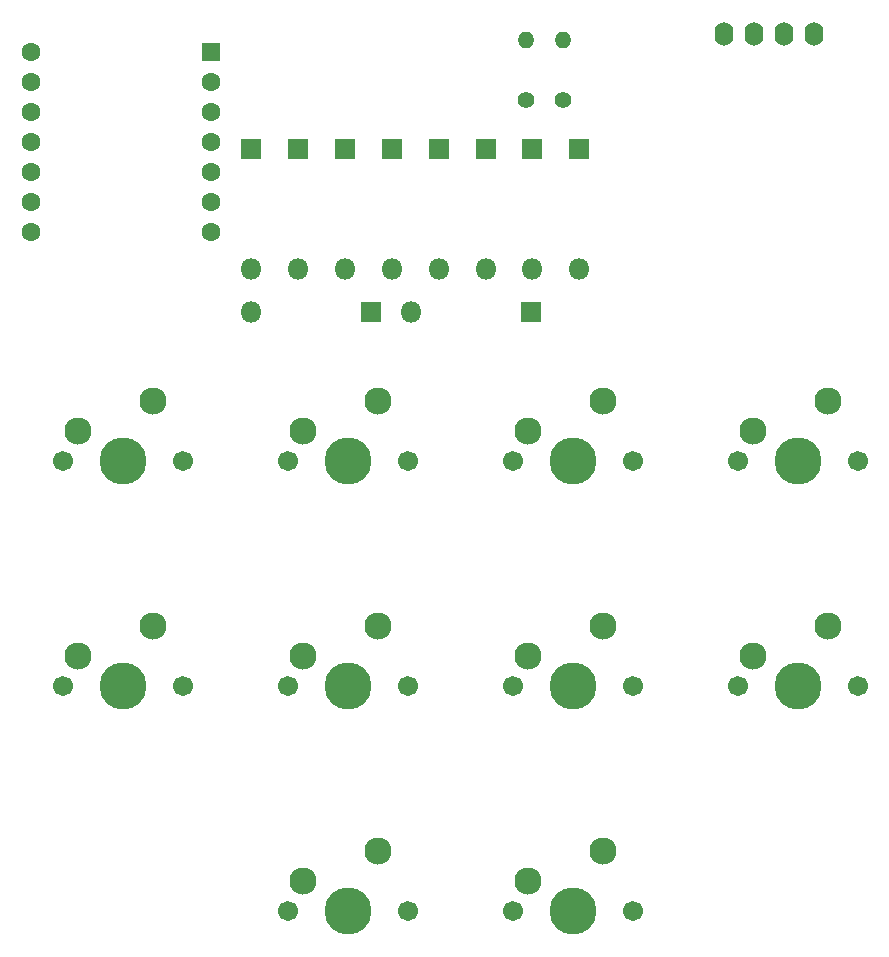
<source format=gbr>
%TF.GenerationSoftware,KiCad,Pcbnew,8.0.5-dirty*%
%TF.CreationDate,2024-10-05T14:38:16-04:00*%
%TF.ProjectId,cool-keyboard,636f6f6c-2d6b-4657-9962-6f6172642e6b,rev?*%
%TF.SameCoordinates,Original*%
%TF.FileFunction,Soldermask,Bot*%
%TF.FilePolarity,Negative*%
%FSLAX46Y46*%
G04 Gerber Fmt 4.6, Leading zero omitted, Abs format (unit mm)*
G04 Created by KiCad (PCBNEW 8.0.5-dirty) date 2024-10-05 14:38:16*
%MOMM*%
%LPD*%
G01*
G04 APERTURE LIST*
%ADD10C,1.701800*%
%ADD11C,3.987800*%
%ADD12C,2.300000*%
%ADD13O,1.600000X2.000000*%
%ADD14R,1.800000X1.800000*%
%ADD15O,1.800000X1.800000*%
%ADD16C,1.400000*%
%ADD17O,1.400000X1.400000*%
%ADD18R,1.600000X1.600000*%
%ADD19C,1.600000*%
G04 APERTURE END LIST*
D10*
%TO.C,SW7*%
X150844300Y-108807200D03*
D11*
X155924300Y-108807200D03*
D10*
X161004300Y-108807200D03*
D12*
X152114300Y-106267200D03*
X158464300Y-103727200D03*
%TD*%
D10*
%TO.C,SW3*%
X150844300Y-89757200D03*
D11*
X155924300Y-89757200D03*
D10*
X161004300Y-89757200D03*
D12*
X152114300Y-87217200D03*
X158464300Y-84677200D03*
%TD*%
D13*
%TO.C,Brd1*%
X168673000Y-53662000D03*
X171213000Y-53662000D03*
X173753000Y-53662000D03*
X176293000Y-53662000D03*
%TD*%
D10*
%TO.C,SW6*%
X131794300Y-108807200D03*
D11*
X136874300Y-108807200D03*
D10*
X141954300Y-108807200D03*
D12*
X133064300Y-106267200D03*
X139414300Y-103727200D03*
%TD*%
D10*
%TO.C,SW4*%
X169894300Y-89757200D03*
D11*
X174974300Y-89757200D03*
D10*
X180054300Y-89757200D03*
D12*
X171164300Y-87217200D03*
X177514300Y-84677200D03*
%TD*%
D10*
%TO.C,SW5*%
X112744300Y-108807200D03*
D11*
X117824300Y-108807200D03*
D10*
X122904300Y-108807200D03*
D12*
X114014300Y-106267200D03*
X120364300Y-103727200D03*
%TD*%
D10*
%TO.C,SW10*%
X150844300Y-127857200D03*
D11*
X155924300Y-127857200D03*
D10*
X161004300Y-127857200D03*
D12*
X152114300Y-125317200D03*
X158464300Y-122777200D03*
%TD*%
D10*
%TO.C,SW9*%
X131794300Y-127857200D03*
D11*
X136874300Y-127857200D03*
D10*
X141954300Y-127857200D03*
D12*
X133064300Y-125317200D03*
X139414300Y-122777200D03*
%TD*%
D10*
%TO.C,SW1*%
X112744300Y-89757200D03*
D11*
X117824300Y-89757200D03*
D10*
X122904300Y-89757200D03*
D12*
X114014300Y-87217200D03*
X120364300Y-84677200D03*
%TD*%
D10*
%TO.C,SW2*%
X131794300Y-89757200D03*
D11*
X136874300Y-89757200D03*
D10*
X141954300Y-89757200D03*
D12*
X133064300Y-87217200D03*
X139414300Y-84677200D03*
%TD*%
D10*
%TO.C,SW8*%
X169894300Y-108807200D03*
D11*
X174974300Y-108807200D03*
D10*
X180054300Y-108807200D03*
D12*
X171164300Y-106267200D03*
X177514300Y-103727200D03*
%TD*%
D14*
%TO.C,D9*%
X152304700Y-77184200D03*
D15*
X142144700Y-77184200D03*
%TD*%
D14*
%TO.C,D6*%
X136588500Y-63373000D03*
D15*
X136588500Y-73533000D03*
%TD*%
D14*
%TO.C,D10*%
X138811000Y-77184200D03*
D15*
X128651000Y-77184200D03*
%TD*%
D14*
%TO.C,D3*%
X148494700Y-63373000D03*
D15*
X148494700Y-73533000D03*
%TD*%
D16*
%TO.C,R1*%
X155067000Y-59182000D03*
D17*
X155067000Y-54102000D03*
%TD*%
D14*
%TO.C,D4*%
X144526000Y-63373000D03*
D15*
X144526000Y-73533000D03*
%TD*%
D14*
%TO.C,D1*%
X156432200Y-63373000D03*
D15*
X156432200Y-73533000D03*
%TD*%
D16*
%TO.C,R2*%
X151917000Y-59182000D03*
D17*
X151917000Y-54102000D03*
%TD*%
D14*
%TO.C,D2*%
X152463500Y-63373000D03*
D15*
X152463500Y-73533000D03*
%TD*%
D14*
%TO.C,D7*%
X132619700Y-63373000D03*
D15*
X132619700Y-73533000D03*
%TD*%
D18*
%TO.C,U2*%
X125222000Y-55183000D03*
D19*
X125222000Y-57723000D03*
X125222000Y-60263000D03*
X125222000Y-62803000D03*
X125222000Y-65343000D03*
X125222000Y-67883000D03*
X125222000Y-70423000D03*
X109982000Y-70423000D03*
X109982000Y-67883000D03*
X109982000Y-65343000D03*
X109982000Y-62803000D03*
X109982000Y-60263000D03*
X109982000Y-57723000D03*
X109982000Y-55183000D03*
%TD*%
D14*
%TO.C,D5*%
X140557200Y-63373000D03*
D15*
X140557200Y-73533000D03*
%TD*%
D14*
%TO.C,D8*%
X128651000Y-63373000D03*
D15*
X128651000Y-73533000D03*
%TD*%
M02*

</source>
